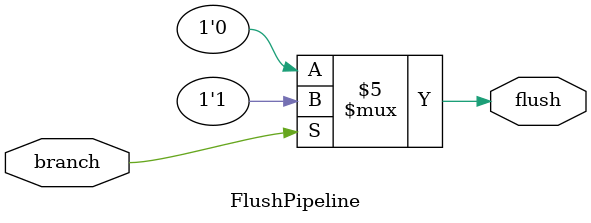
<source format=v>
`timescale 1ns / 1ps

module FlushPipeline
  (
    input branch,
    output reg flush
  );
  
  initial
    begin
      flush = 1'b0;
    end
  
  always @(*)
    begin
      if (branch == 1'b1)
        flush = 1'b1;
      else
        flush = 1'b0;
    end
  
endmodule

</source>
